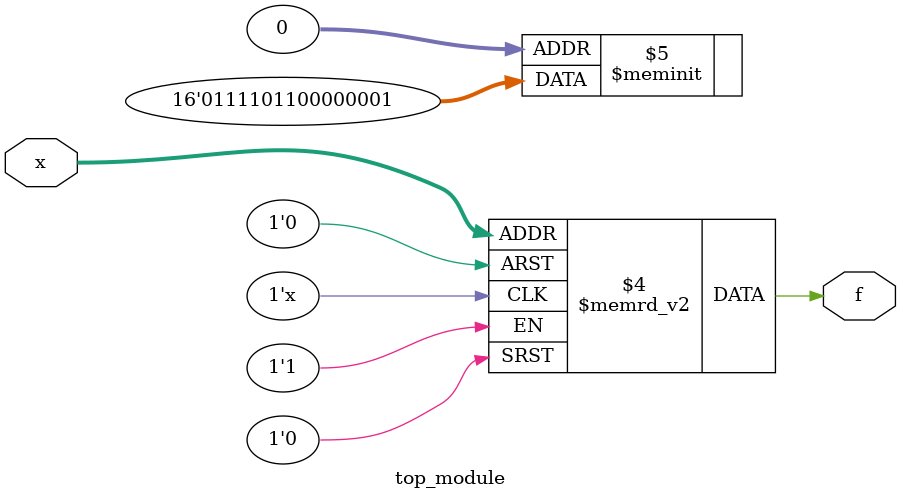
<source format=sv>
module top_module (
    input [4:1] x,
    output logic f
);

always @(*) begin
    case (x)
        4'b0000: f = 1;
        4'b0001: f = 0;
        4'b0010: f = 0;
        4'b0011: f = 0;
        4'b0100: f = 0;
        4'b0101: f = 0;
        4'b0110: f = 0;
        4'b0111: f = 0;
        4'b1000: f = 1;
        4'b1001: f = 1;
        4'b1010: f = 0;
        4'b1011: f = 1;
        4'b1100: f = 1;
        4'b1101: f = 1;
        4'b1110: f = 1;
        4'b1111: f = 0;
        default: f = 0;
    endcase
end

endmodule

</source>
